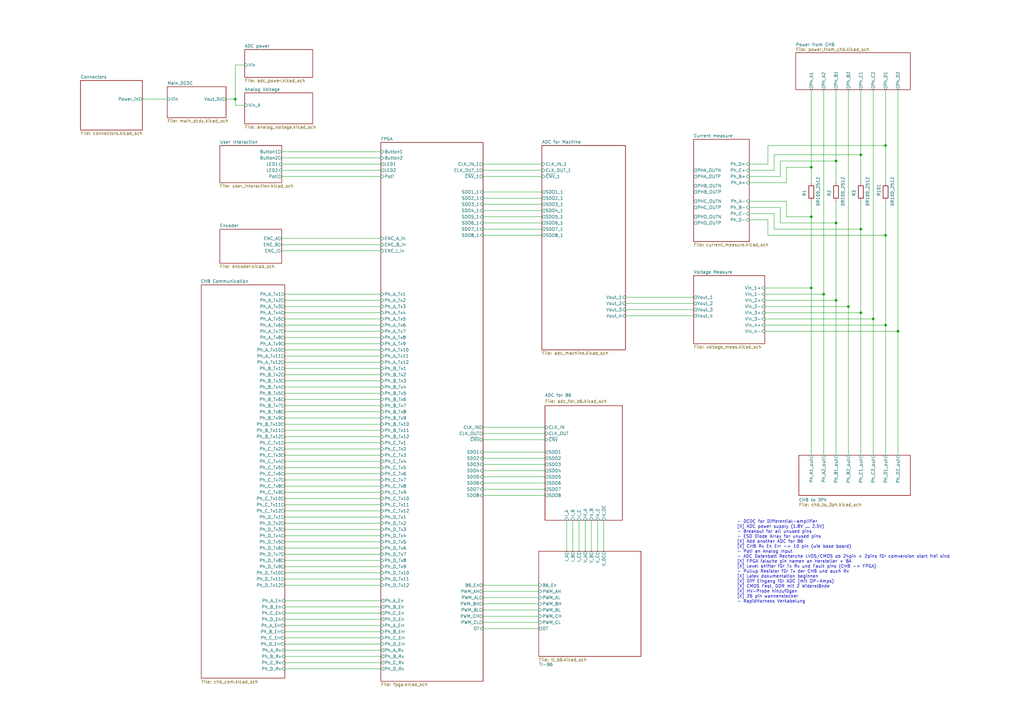
<source format=kicad_sch>
(kicad_sch (version 20250114) (generator "eeschema") (generator_version "9.0")
  (paper "A3")
  (lib_symbols
    (symbol "MYLIB_R:0R100_2512" (pin_numbers (hide yes)) (pin_names (offset 0))
      (property "Reference" "R" (at 2.032 0 90))
      (property "Value" "0R100_2512" (at -2.54 0 90))
      (symbol "0R100_2512_0_1"
        (rectangle (start -1.016 -2.54) (end 1.016 2.54) (stroke (width 0.254)))
      )
      (symbol "0R100_2512_1_1"
        (pin passive line (at 0 3.81 270) (length 1.27) (name "~") (number "1"))
        (pin passive line (at 0 -3.81 90) (length 1.27) (name "~") (number "2"))
      )
    )
  )
  (text "- DCDC for Differential-amplifier\n[X] ADC power supply (1.8V ... 2.5V)\n- Breakout for all unused pins\n- ESD Diode Array for unused pins\n[X] Add another ADC for B6\n[X] CHB Rx En Err -> 10 pin (wie base board)\n- Poti an Analog Input\n- ADC Datenbatt Recherche LVDS/CMOS ob 24pin + 2pins für comversion start frei sind\n[X] FPGA falsche pin namen an Hersteller + BA \n[X] Level shifter für Tx Rx und Fault pins (CHB -> FPGA)\n- Pullup Resistor für Tx der CHB und auch Rx\n[X] Latex dokumentation beginnen\n[X] Diff Eingang für ADC (mit OP-Amps)\n[X] CMOS Fest, DDR mit 2 Widerstände\n[X] HV-Probe hinzufügen\n[X] 26 pin wannenstecker\n- RapidHarness Verkabelung" (at 302.26 230.378 0) (effects (font (size 1.27 1.27)) (justify left)))
  (junction (at 96.52 40.64))
  (junction (at 332.74 68.58))
  (junction (at 368.3 135.89))
  (junction (at 363.22 133.35))
  (junction (at 358.14 130.81))
  (junction (at 342.9 123.19))
  (junction (at 342.9 66.04))
  (junction (at 347.98 125.73))
  (junction (at 342.9 91.44))
  (junction (at 332.74 118.11))
  (junction (at 337.82 120.65))
  (junction (at 363.22 59.69))
  (junction (at 353.06 128.27))
  (junction (at 353.06 63.5))
  (junction (at 353.06 93.98))
  (junction (at 363.22 96.52))
  (junction (at 332.74 88.9))
  (wire (pts (xy 116.84 212.09) (xy 156.21 212.09)))
  (wire (pts (xy 198.12 195.58) (xy 223.52 195.58)))
  (wire (pts (xy 116.84 264.16) (xy 156.21 264.16)))
  (wire (pts (xy 322.58 82.55) (xy 322.58 88.9)))
  (wire (pts (xy 116.84 246.38) (xy 156.21 246.38)))
  (wire (pts (xy 198.12 190.5) (xy 223.52 190.5)))
  (wire (pts (xy 313.69 135.89) (xy 368.3 135.89)))
  (wire (pts (xy 358.14 36.83) (xy 358.14 130.81)))
  (wire (pts (xy 116.84 161.29) (xy 156.21 161.29)))
  (wire (pts (xy 116.84 191.77) (xy 156.21 191.77)))
  (wire (pts (xy 115.57 100.33) (xy 156.21 100.33)))
  (wire (pts (xy 116.84 214.63) (xy 156.21 214.63)))
  (wire (pts (xy 322.58 88.9) (xy 332.74 88.9)))
  (wire (pts (xy 116.84 148.59) (xy 156.21 148.59)))
  (wire (pts (xy 198.12 187.96) (xy 223.52 187.96)))
  (wire (pts (xy 332.74 36.83) (xy 332.74 68.58)))
  (wire (pts (xy 116.84 196.85) (xy 156.21 196.85)))
  (wire (pts (xy 347.98 125.73) (xy 347.98 186.69)))
  (wire (pts (xy 115.57 62.23) (xy 156.21 62.23)))
  (wire (pts (xy 198.12 247.65) (xy 220.98 247.65)))
  (wire (pts (xy 96.52 43.18) (xy 100.33 43.18)))
  (wire (pts (xy 247.65 213.36) (xy 247.65 226.06)))
  (wire (pts (xy 116.84 259.08) (xy 156.21 259.08)))
  (wire (pts (xy 317.5 63.5) (xy 353.06 63.5)))
  (wire (pts (xy 240.03 213.36) (xy 240.03 226.06)))
  (wire (pts (xy 116.84 261.62) (xy 156.21 261.62)))
  (wire (pts (xy 96.52 40.64) (xy 92.71 40.64)))
  (wire (pts (xy 116.84 153.67) (xy 156.21 153.67)))
  (wire (pts (xy 116.84 227.33) (xy 156.21 227.33)))
  (wire (pts (xy 363.22 36.83) (xy 363.22 59.69)))
  (wire (pts (xy 317.5 69.85) (xy 317.5 63.5)))
  (wire (pts (xy 116.84 232.41) (xy 156.21 232.41)))
  (wire (pts (xy 256.54 127) (xy 284.48 127)))
  (wire (pts (xy 313.69 128.27) (xy 353.06 128.27)))
  (wire (pts (xy 256.54 129.54) (xy 284.48 129.54)))
  (wire (pts (xy 242.57 213.36) (xy 242.57 226.06)))
  (wire (pts (xy 353.06 82.55) (xy 353.06 93.98)))
  (wire (pts (xy 320.04 66.04) (xy 320.04 72.39)))
  (wire (pts (xy 237.49 213.36) (xy 237.49 226.06)))
  (wire (pts (xy 116.84 171.45) (xy 156.21 171.45)))
  (wire (pts (xy 116.84 224.79) (xy 156.21 224.79)))
  (wire (pts (xy 332.74 118.11) (xy 332.74 186.69)))
  (wire (pts (xy 317.5 87.63) (xy 307.34 87.63)))
  (wire (pts (xy 198.12 180.34) (xy 223.52 180.34)))
  (wire (pts (xy 234.95 213.36) (xy 234.95 226.06)))
  (wire (pts (xy 198.12 72.39) (xy 222.25 72.39)))
  (wire (pts (xy 116.84 269.24) (xy 156.21 269.24)))
  (wire (pts (xy 116.84 135.89) (xy 156.21 135.89)))
  (wire (pts (xy 116.84 128.27) (xy 156.21 128.27)))
  (wire (pts (xy 363.22 82.55) (xy 363.22 96.52)))
  (wire (pts (xy 198.12 245.11) (xy 220.98 245.11)))
  (wire (pts (xy 116.84 194.31) (xy 156.21 194.31)))
  (wire (pts (xy 198.12 203.2) (xy 223.52 203.2)))
  (wire (pts (xy 314.96 90.17) (xy 307.34 90.17)))
  (wire (pts (xy 363.22 59.69) (xy 363.22 74.93)))
  (wire (pts (xy 342.9 74.93) (xy 342.9 66.04)))
  (wire (pts (xy 314.96 67.31) (xy 314.96 59.69)))
  (wire (pts (xy 363.22 133.35) (xy 363.22 186.69)))
  (wire (pts (xy 58.42 40.64) (xy 68.58 40.64)))
  (wire (pts (xy 116.84 209.55) (xy 156.21 209.55)))
  (wire (pts (xy 307.34 69.85) (xy 317.5 69.85)))
  (wire (pts (xy 322.58 68.58) (xy 322.58 74.93)))
  (wire (pts (xy 337.82 120.65) (xy 337.82 186.69)))
  (wire (pts (xy 313.69 125.73) (xy 347.98 125.73)))
  (wire (pts (xy 116.84 251.46) (xy 156.21 251.46)))
  (wire (pts (xy 116.84 138.43) (xy 156.21 138.43)))
  (wire (pts (xy 198.12 185.42) (xy 223.52 185.42)))
  (wire (pts (xy 115.57 97.79) (xy 156.21 97.79)))
  (wire (pts (xy 368.3 36.83) (xy 368.3 135.89)))
  (wire (pts (xy 353.06 93.98) (xy 353.06 128.27)))
  (wire (pts (xy 116.84 199.39) (xy 156.21 199.39)))
  (wire (pts (xy 353.06 63.5) (xy 353.06 74.93)))
  (wire (pts (xy 332.74 88.9) (xy 332.74 118.11)))
  (wire (pts (xy 198.12 250.19) (xy 220.98 250.19)))
  (wire (pts (xy 116.84 156.21) (xy 156.21 156.21)))
  (wire (pts (xy 198.12 86.36) (xy 222.25 86.36)))
  (wire (pts (xy 198.12 177.8) (xy 223.52 177.8)))
  (wire (pts (xy 116.84 176.53) (xy 156.21 176.53)))
  (wire (pts (xy 232.41 213.36) (xy 232.41 226.06)))
  (wire (pts (xy 116.84 168.91) (xy 156.21 168.91)))
  (wire (pts (xy 320.04 72.39) (xy 307.34 72.39)))
  (wire (pts (xy 368.3 135.89) (xy 368.3 186.69)))
  (wire (pts (xy 116.84 204.47) (xy 156.21 204.47)))
  (wire (pts (xy 245.11 213.36) (xy 245.11 226.06)))
  (wire (pts (xy 332.74 74.93) (xy 332.74 68.58)))
  (wire (pts (xy 116.84 254) (xy 156.21 254)))
  (wire (pts (xy 313.69 123.19) (xy 342.9 123.19)))
  (wire (pts (xy 363.22 96.52) (xy 314.96 96.52)))
  (wire (pts (xy 116.84 179.07) (xy 156.21 179.07)))
  (wire (pts (xy 313.69 118.11) (xy 332.74 118.11)))
  (wire (pts (xy 115.57 102.87) (xy 156.21 102.87)))
  (wire (pts (xy 116.84 158.75) (xy 156.21 158.75)))
  (wire (pts (xy 314.96 96.52) (xy 314.96 90.17)))
  (wire (pts (xy 115.57 67.31) (xy 156.21 67.31)))
  (wire (pts (xy 198.12 67.31) (xy 222.25 67.31)))
  (wire (pts (xy 116.84 240.03) (xy 156.21 240.03)))
  (wire (pts (xy 116.84 219.71) (xy 156.21 219.71)))
  (wire (pts (xy 116.84 146.05) (xy 156.21 146.05)))
  (wire (pts (xy 198.12 198.12) (xy 223.52 198.12)))
  (wire (pts (xy 116.84 181.61) (xy 156.21 181.61)))
  (wire (pts (xy 198.12 175.26) (xy 223.52 175.26)))
  (wire (pts (xy 116.84 184.15) (xy 156.21 184.15)))
  (wire (pts (xy 198.12 257.81) (xy 220.98 257.81)))
  (wire (pts (xy 256.54 124.46) (xy 284.48 124.46)))
  (wire (pts (xy 198.12 252.73) (xy 220.98 252.73)))
  (wire (pts (xy 307.34 74.93) (xy 322.58 74.93)))
  (wire (pts (xy 353.06 128.27) (xy 353.06 186.69)))
  (wire (pts (xy 317.5 93.98) (xy 317.5 87.63)))
  (wire (pts (xy 116.84 120.65) (xy 156.21 120.65)))
  (wire (pts (xy 198.12 81.28) (xy 222.25 81.28)))
  (wire (pts (xy 116.84 271.78) (xy 156.21 271.78)))
  (wire (pts (xy 116.84 125.73) (xy 156.21 125.73)))
  (wire (pts (xy 116.84 186.69) (xy 156.21 186.69)))
  (wire (pts (xy 116.84 222.25) (xy 156.21 222.25)))
  (wire (pts (xy 198.12 78.74) (xy 222.25 78.74)))
  (wire (pts (xy 337.82 36.83) (xy 337.82 120.65)))
  (wire (pts (xy 116.84 274.32) (xy 156.21 274.32)))
  (wire (pts (xy 116.84 207.01) (xy 156.21 207.01)))
  (wire (pts (xy 307.34 85.09) (xy 320.04 85.09)))
  (wire (pts (xy 116.84 234.95) (xy 156.21 234.95)))
  (wire (pts (xy 198.12 96.52) (xy 222.25 96.52)))
  (wire (pts (xy 96.52 26.67) (xy 96.52 40.64)))
  (wire (pts (xy 116.84 237.49) (xy 156.21 237.49)))
  (wire (pts (xy 342.9 66.04) (xy 320.04 66.04)))
  (wire (pts (xy 320.04 91.44) (xy 342.9 91.44)))
  (wire (pts (xy 116.84 217.17) (xy 156.21 217.17)))
  (wire (pts (xy 198.12 88.9) (xy 222.25 88.9)))
  (wire (pts (xy 198.12 242.57) (xy 220.98 242.57)))
  (wire (pts (xy 313.69 133.35) (xy 363.22 133.35)))
  (wire (pts (xy 342.9 82.55) (xy 342.9 91.44)))
  (wire (pts (xy 198.12 193.04) (xy 223.52 193.04)))
  (wire (pts (xy 116.84 143.51) (xy 156.21 143.51)))
  (wire (pts (xy 116.84 163.83) (xy 156.21 163.83)))
  (wire (pts (xy 116.84 189.23) (xy 156.21 189.23)))
  (wire (pts (xy 347.98 36.83) (xy 347.98 125.73)))
  (wire (pts (xy 314.96 59.69) (xy 363.22 59.69)))
  (wire (pts (xy 332.74 68.58) (xy 322.58 68.58)))
  (wire (pts (xy 332.74 88.9) (xy 332.74 82.55)))
  (wire (pts (xy 115.57 72.39) (xy 156.21 72.39)))
  (wire (pts (xy 307.34 67.31) (xy 314.96 67.31)))
  (wire (pts (xy 317.5 93.98) (xy 353.06 93.98)))
  (wire (pts (xy 116.84 166.37) (xy 156.21 166.37)))
  (wire (pts (xy 198.12 91.44) (xy 222.25 91.44)))
  (wire (pts (xy 198.12 83.82) (xy 222.25 83.82)))
  (wire (pts (xy 116.84 201.93) (xy 156.21 201.93)))
  (wire (pts (xy 116.84 256.54) (xy 156.21 256.54)))
  (wire (pts (xy 198.12 69.85) (xy 222.25 69.85)))
  (wire (pts (xy 307.34 82.55) (xy 322.58 82.55)))
  (wire (pts (xy 116.84 229.87) (xy 156.21 229.87)))
  (wire (pts (xy 198.12 93.98) (xy 222.25 93.98)))
  (wire (pts (xy 115.57 64.77) (xy 156.21 64.77)))
  (wire (pts (xy 342.9 91.44) (xy 342.9 123.19)))
  (wire (pts (xy 353.06 36.83) (xy 353.06 63.5)))
  (wire (pts (xy 116.84 140.97) (xy 156.21 140.97)))
  (wire (pts (xy 198.12 240.03) (xy 220.98 240.03)))
  (wire (pts (xy 313.69 120.65) (xy 337.82 120.65)))
  (wire (pts (xy 96.52 43.18) (xy 96.52 40.64)))
  (wire (pts (xy 313.69 130.81) (xy 358.14 130.81)))
  (wire (pts (xy 320.04 85.09) (xy 320.04 91.44)))
  (wire (pts (xy 116.84 123.19) (xy 156.21 123.19)))
  (wire (pts (xy 342.9 123.19) (xy 342.9 186.69)))
  (wire (pts (xy 342.9 36.83) (xy 342.9 66.04)))
  (wire (pts (xy 100.33 26.67) (xy 96.52 26.67)))
  (wire (pts (xy 116.84 151.13) (xy 156.21 151.13)))
  (wire (pts (xy 116.84 130.81) (xy 156.21 130.81)))
  (wire (pts (xy 116.84 266.7) (xy 156.21 266.7)))
  (wire (pts (xy 116.84 133.35) (xy 156.21 133.35)))
  (wire (pts (xy 116.84 248.92) (xy 156.21 248.92)))
  (wire (pts (xy 256.54 121.92) (xy 284.48 121.92)))
  (wire (pts (xy 198.12 255.27) (xy 220.98 255.27)))
  (wire (pts (xy 198.12 200.66) (xy 223.52 200.66)))
  (wire (pts (xy 363.22 96.52) (xy 363.22 133.35)))
  (wire (pts (xy 116.84 173.99) (xy 156.21 173.99)))
  (wire (pts (xy 115.57 69.85) (xy 156.21 69.85)))
  (wire (pts (xy 358.14 130.81) (xy 358.14 186.69)))
  (symbol (lib_id "MYLIB_R:0R100_2512") (at 342.9 78.74 0) (unit 1)
    (property "Reference" "R2" (at 340.106 80.518 90) (effects (justify left)))
    (property "Value" "0R100_2512" (at 345.694 84.582 90) (effects (justify left)))
    (property "Footprint" "Resistor_SMD:R_2512_6332Metric_Pad1.40x3.35mm_HandSolder" (effects (hide yes)))
    (property "Datasheet" "https://www.farnell.com/datasheets/2339607.pdf" (effects (hide yes)))
    (property "Description" "Shunt Resistor" (effects (hide yes)))
    (property "FARNELL" "1107406" (effects (hide yes)))
    (property "Power Rating" "1W" (effects (hide yes)))
  )
  (symbol (lib_id "MYLIB_R:0R100_2512") (at 332.74 78.74 0) (unit 1)
    (property "Reference" "R1" (at 329.946 80.518 90) (effects (justify left)))
    (property "Value" "0R100_2512" (at 335.534 84.582 90) (effects (justify left)))
    (property "Footprint" "Resistor_SMD:R_2512_6332Metric_Pad1.40x3.35mm_HandSolder" (effects (hide yes)))
    (property "Datasheet" "https://www.farnell.com/datasheets/2339607.pdf" (effects (hide yes)))
    (property "Description" "Shunt Resistor" (effects (hide yes)))
    (property "FARNELL" "1107406" (effects (hide yes)))
    (property "Power Rating" "1W" (effects (hide yes)))
  )
  (symbol (lib_id "MYLIB_R:0R100_2512") (at 363.22 78.74 0) (unit 1)
    (property "Reference" "R101" (at 360.426 80.518 90) (effects (justify left)))
    (property "Value" "0R100_2512" (at 366.014 84.582 90) (effects (justify left)))
    (property "Footprint" "Resistor_SMD:R_2512_6332Metric_Pad1.40x3.35mm_HandSolder" (effects (hide yes)))
    (property "Datasheet" "https://www.farnell.com/datasheets/2339607.pdf" (effects (hide yes)))
    (property "Description" "Shunt Resistor" (effects (hide yes)))
    (property "FARNELL" "1107406" (effects (hide yes)))
    (property "Power Rating" "1W" (effects (hide yes)))
  )
  (symbol (lib_id "MYLIB_R:0R100_2512") (at 353.06 78.74 0) (unit 1)
    (property "Reference" "R3" (at 350.266 80.518 90) (effects (justify left)))
    (property "Value" "0R100_2512" (at 355.854 84.582 90) (effects (justify left)))
    (property "Footprint" "Resistor_SMD:R_2512_6332Metric_Pad1.40x3.35mm_HandSolder" (effects (hide yes)))
    (property "Datasheet" "https://www.farnell.com/datasheets/2339607.pdf" (effects (hide yes)))
    (property "Description" "Shunt Resistor" (effects (hide yes)))
    (property "FARNELL" "1107406" (effects (hide yes)))
    (property "Power Rating" "1W" (effects (hide yes)))
  )
  (sheet (at 100.33 38.1) (size 27.94 12.7) (stroke (width 0.1524))
    (property "Sheetname" "Analog Voltage" (at 100.33 37.3884 0) (effects (justify left bottom)))
    (property "Sheetfile" "analog_voltage.kicad_sch" (at 100.33 51.3846 0) (effects (justify left top)))
    (pin "Vin_A" input (at 100.33 43.18 180))
  )
  (sheet (at 33.02 33.02) (size 25.4 20.32) (stroke (width 0.1524))
    (property "Sheetname" "Connectors" (at 33.02 32.3084 0) (effects (justify left bottom)))
    (property "Sheetfile" "connectors.kicad_sch" (at 33.02 53.9246 0) (effects (justify left top)))
    (pin "Power_in" output (at 58.42 40.64 0))
  )
  (sheet (at 82.55 116.84) (size 34.29 161.29) (stroke (width 0.1524))
    (property "Sheetname" "CHB Communication" (at 82.296 116.078 0) (effects (justify left bottom)))
    (property "Sheetfile" "chb_com.kicad_sch" (at 82.55 278.892 0) (effects (justify left top)))
    (pin "Ph_A_Tx1" output (at 116.84 120.65 0))
    (pin "Ph_A_Tx2" output (at 116.84 123.19 0))
    (pin "Ph_A_Tx3" output (at 116.84 125.73 0))
    (pin "Ph_A_Tx4" output (at 116.84 128.27 0))
    (pin "Ph_A_Tx5" output (at 116.84 130.81 0))
    (pin "Ph_A_Tx6" output (at 116.84 133.35 0))
    (pin "Ph_A_Tx7" output (at 116.84 135.89 0))
    (pin "Ph_A_Tx8" output (at 116.84 138.43 0))
    (pin "Ph_A_Tx9" output (at 116.84 140.97 0))
    (pin "Ph_A_Tx10" output (at 116.84 143.51 0))
    (pin "Ph_A_Tx11" output (at 116.84 146.05 0))
    (pin "Ph_A_Tx12" output (at 116.84 148.59 0))
    (pin "Ph_B_Tx1" output (at 116.84 151.13 0))
    (pin "Ph_B_Tx2" output (at 116.84 153.67 0))
    (pin "Ph_B_Tx3" output (at 116.84 156.21 0))
    (pin "Ph_B_Tx4" output (at 116.84 158.75 0))
    (pin "Ph_B_Tx5" output (at 116.84 161.29 0))
    (pin "Ph_B_Tx6" output (at 116.84 163.83 0))
    (pin "Ph_B_Tx7" output (at 116.84 166.37 0))
    (pin "Ph_B_Tx8" output (at 116.84 168.91 0))
    (pin "Ph_B_Tx9" output (at 116.84 171.45 0))
    (pin "Ph_B_Tx10" output (at 116.84 173.99 0))
    (pin "Ph_B_Tx11" output (at 116.84 176.53 0))
    (pin "Ph_B_Tx12" output (at 116.84 179.07 0))
    (pin "Ph_C_Tx1" output (at 116.84 181.61 0))
    (pin "Ph_C_Tx2" output (at 116.84 184.15 0))
    (pin "Ph_C_Tx3" output (at 116.84 186.69 0))
    (pin "Ph_C_Tx4" output (at 116.84 189.23 0))
    (pin "Ph_C_Tx5" output (at 116.84 191.77 0))
    (pin "Ph_C_Tx6" output (at 116.84 194.31 0))
    (pin "Ph_C_Tx7" output (at 116.84 196.85 0))
    (pin "Ph_C_Tx8" output (at 116.84 199.39 0))
    (pin "Ph_C_Tx9" output (at 116.84 201.93 0))
    (pin "Ph_C_Tx10" output (at 116.84 204.47 0))
    (pin "Ph_C_Tx11" output (at 116.84 207.01 0))
    (pin "Ph_C_Tx12" output (at 116.84 209.55 0))
    (pin "Ph_D_Tx1" output (at 116.84 212.09 0))
    (pin "Ph_D_Tx2" output (at 116.84 214.63 0))
    (pin "Ph_D_Tx3" output (at 116.84 217.17 0))
    (pin "Ph_D_Tx4" output (at 116.84 219.71 0))
    (pin "Ph_D_Tx5" output (at 116.84 222.25 0))
    (pin "Ph_D_Tx6" output (at 116.84 224.79 0))
    (pin "Ph_D_Tx7" output (at 116.84 227.33 0))
    (pin "Ph_D_Tx8" output (at 116.84 229.87 0))
    (pin "Ph_D_Tx9" output (at 116.84 232.41 0))
    (pin "Ph_D_Tx10" output (at 116.84 234.95 0))
    (pin "Ph_D_Tx11" output (at 116.84 237.49 0))
    (pin "Ph_D_Tx12" output (at 116.84 240.03 0))
    (pin "Ph_A_En" input (at 116.84 246.38 0))
    (pin "Ph_A_Err" output (at 116.84 256.54 0))
    (pin "Ph_A_Rx" input (at 116.84 266.7 0))
    (pin "Ph_B_En" input (at 116.84 248.92 0))
    (pin "Ph_B_Err" output (at 116.84 259.08 0))
    (pin "Ph_B_Rx" input (at 116.84 269.24 0))
    (pin "Ph_C_En" input (at 116.84 251.46 0))
    (pin "Ph_C_Err" output (at 116.84 261.62 0))
    (pin "Ph_C_Rx" input (at 116.84 271.78 0))
    (pin "Ph_D_En" input (at 116.84 254 0))
    (pin "Ph_D_Err" output (at 116.84 264.16 0))
    (pin "Ph_D_Rx" input (at 116.84 274.32 0))
  )
  (sheet (at 90.17 59.69) (size 25.4 15.24) (stroke (width 0.1524))
    (property "Sheetname" "User Interaction" (at 90.17 58.9784 0) (effects (justify left bottom)))
    (property "Sheetfile" "user_interaction.kicad_sch" (at 90.17 75.5146 0) (effects (justify left top)))
    (pin "Button1" output (at 115.57 62.23 0))
    (pin "Button2" output (at 115.57 64.77 0))
    (pin "LED1" input (at 115.57 67.31 0))
    (pin "LED2" input (at 115.57 69.85 0))
    (pin "Poti" output (at 115.57 72.39 0))
  )
  (sheet (at 222.25 59.69) (size 34.29 83.82) (stroke (width 0.1524))
    (property "Sheetname" "ADC for Machine" (at 222.25 58.9784 0) (effects (justify left bottom)))
    (property "Sheetfile" "adc_machine.kicad_sch" (at 222.25 144.0946 0) (effects (justify left top)))
    (pin "CLK_IN_1" input (at 222.25 67.31 180))
    (pin "CLK_OUT_1" input (at 222.25 69.85 180))
    (pin "SDO1_1" output (at 222.25 78.74 180))
    (pin "SDO2_1" output (at 222.25 81.28 180))
    (pin "SDO3_1" output (at 222.25 83.82 180))
    (pin "SDO4_1" output (at 222.25 86.36 180))
    (pin "SDO5_1" output (at 222.25 88.9 180))
    (pin "SDO6_1" output (at 222.25 91.44 180))
    (pin "SDO7_1" output (at 222.25 93.98 180))
    (pin "SDO8_1" output (at 222.25 96.52 180))
    (pin "~{CNV}_1" input (at 222.25 72.39 180))
    (pin "Vout_1" input (at 256.54 121.92 0))
    (pin "Vout_2" input (at 256.54 124.46 0))
    (pin "Vout_3" input (at 256.54 127 0))
    (pin "Vout_4" input (at 256.54 129.54 0))
  )
  (sheet (at 284.48 57.15) (size 22.86 41.91) (stroke (width 0.1524))
    (property "Sheetname" "Current measure" (at 284.48 56.4384 0) (effects (justify left bottom)))
    (property "Sheetfile" "current_measure.kicad_sch" (at 284.48 99.6446 0) (effects (justify left top)))
    (pin "Ph_A-" input (at 307.34 82.55 0))
    (pin "Ph_B+" input (at 307.34 72.39 0))
    (pin "Ph_A+" input (at 307.34 74.93 0))
    (pin "Ph_B-" input (at 307.34 85.09 0))
    (pin "Ph_C+" input (at 307.34 69.85 0))
    (pin "Ph_C-" input (at 307.34 87.63 0))
    (pin "PHA_OUTN" output (at 284.48 69.85 180))
    (pin "PHA_OUTP" output (at 284.48 72.39 180))
    (pin "PHB_OUTN" output (at 284.48 76.2 180))
    (pin "PHB_OUTP" output (at 284.48 78.74 180))
    (pin "PHC_OUTN" output (at 284.48 82.55 180))
    (pin "PHC_OUTP" output (at 284.48 85.09 180))
    (pin "PHD_OUTN" output (at 284.48 88.9 180))
    (pin "PHD_OUTP" output (at 284.48 91.44 180))
    (pin "Ph_D+" input (at 307.34 67.31 0))
    (pin "Ph_D-" input (at 307.34 90.17 0))
  )
  (sheet (at 156.21 58.42) (size 41.91 220.98) (stroke (width 0.1524))
    (property "Sheetname" "FPGA" (at 156.21 57.7084 0) (effects (justify left bottom)))
    (property "Sheetfile" "fpga.kicad_sch" (at 156.21 279.9846 0) (effects (justify left top)))
    (pin "ENC_A_in" input (at 156.21 97.79 180))
    (pin "ENC_B_in" input (at 156.21 100.33 180))
    (pin "ENC_I_in" input (at 156.21 102.87 180))
    (pin "Ph_A_Tx1" input (at 156.21 120.65 180))
    (pin "Ph_A_Tx2" input (at 156.21 123.19 180))
    (pin "Ph_A_Tx3" input (at 156.21 125.73 180))
    (pin "Ph_A_Tx4" input (at 156.21 128.27 180))
    (pin "Ph_A_Tx5" input (at 156.21 130.81 180))
    (pin "Ph_A_Tx6" input (at 156.21 133.35 180))
    (pin "Ph_A_Tx7" input (at 156.21 135.89 180))
    (pin "Ph_A_Tx8" input (at 156.21 138.43 180))
    (pin "Ph_A_Tx9" input (at 156.21 140.97 180))
    (pin "Ph_A_Tx10" input (at 156.21 143.51 180))
    (pin "Ph_A_Tx11" input (at 156.21 146.05 180))
    (pin "Ph_A_Tx12" input (at 156.21 148.59 180))
    (pin "Ph_B_Tx1" input (at 156.21 151.13 180))
    (pin "Ph_B_Tx2" input (at 156.21 153.67 180))
    (pin "Ph_B_Tx3" input (at 156.21 156.21 180))
    (pin "Ph_B_Tx4" input (at 156.21 158.75 180))
    (pin "Ph_B_Tx5" input (at 156.21 161.29 180))
    (pin "Ph_B_Tx6" input (at 156.21 163.83 180))
    (pin "Ph_B_Tx7" input (at 156.21 166.37 180))
    (pin "Ph_B_Tx8" input (at 156.21 168.91 180))
    (pin "Ph_B_Tx9" input (at 156.21 171.45 180))
    (pin "Ph_B_Tx10" input (at 156.21 173.99 180))
    (pin "Ph_B_Tx11" input (at 156.21 176.53 180))
    (pin "Ph_B_Tx12" input (at 156.21 179.07 180))
    (pin "SDO1" input (at 198.12 185.42 0))
    (pin "SDO2" input (at 198.12 187.96 0))
    (pin "SDO3" input (at 198.12 190.5 0))
    (pin "SDO4" input (at 198.12 193.04 0))
    (pin "SDO5" input (at 198.12 195.58 0))
    (pin "SDO6" input (at 198.12 198.12 0))
    (pin "SDO7" input (at 198.12 200.66 0))
    (pin "SDO8" input (at 198.12 203.2 0))
    (pin "CLK_IN" output (at 198.12 175.26 0))
    (pin "CLK_OUT" output (at 198.12 177.8 0))
    (pin "~{CNV}" output (at 198.12 180.34 0))
    (pin "Ph_C_Tx1" input (at 156.21 181.61 180))
    (pin "Ph_C_Tx2" input (at 156.21 184.15 180))
    (pin "Ph_C_Tx3" input (at 156.21 186.69 180))
    (pin "Ph_C_Tx4" input (at 156.21 189.23 180))
    (pin "Ph_C_Tx5" input (at 156.21 191.77 180))
    (pin "Ph_C_Tx6" input (at 156.21 194.31 180))
    (pin "Ph_C_Tx7" input (at 156.21 196.85 180))
    (pin "Ph_C_Tx8" input (at 156.21 199.39 180))
    (pin "Ph_C_Tx9" input (at 156.21 201.93 180))
    (pin "Ph_C_Tx10" input (at 156.21 204.47 180))
    (pin "Ph_C_Tx11" input (at 156.21 207.01 180))
    (pin "Ph_C_Tx12" input (at 156.21 209.55 180))
    (pin "Ph_D_Tx1" input (at 156.21 212.09 180))
    (pin "Ph_D_Tx2" input (at 156.21 214.63 180))
    (pin "Ph_D_Tx3" input (at 156.21 217.17 180))
    (pin "Ph_D_Tx4" input (at 156.21 219.71 180))
    (pin "Ph_D_Tx5" input (at 156.21 222.25 180))
    (pin "Ph_D_Tx6" input (at 156.21 224.79 180))
    (pin "Ph_D_Tx7" input (at 156.21 227.33 180))
    (pin "Ph_D_Tx8" input (at 156.21 229.87 180))
    (pin "Ph_D_Tx9" input (at 156.21 232.41 180))
    (pin "Ph_D_Tx10" input (at 156.21 234.95 180))
    (pin "Ph_D_Tx11" input (at 156.21 237.49 180))
    (pin "Ph_D_Tx12" input (at 156.21 240.03 180))
    (pin "Ph_A_En" output (at 156.21 246.38 180))
    (pin "Ph_A_Err" input (at 156.21 256.54 180))
    (pin "Ph_A_Rx" output (at 156.21 266.7 180))
    (pin "Ph_B_En" output (at 156.21 248.92 180))
    (pin "Ph_B_Err" input (at 156.21 259.08 180))
    (pin "Ph_B_Rx" output (at 156.21 269.24 180))
    (pin "Ph_C_En" output (at 156.21 251.46 180))
    (pin "Ph_C_Err" input (at 156.21 261.62 180))
    (pin "Ph_C_Rx" output (at 156.21 271.78 180))
    (pin "Ph_D_En" output (at 156.21 254 180))
    (pin "Ph_D_Err" input (at 156.21 264.16 180))
    (pin "Ph_D_Rx" output (at 156.21 274.32 180))
    (pin "B6_En" output (at 198.12 240.03 0))
    (pin "OT" input (at 198.12 257.81 0))
    (pin "PWM_AH" output (at 198.12 242.57 0))
    (pin "PWM_AL" output (at 198.12 245.11 0))
    (pin "PWM_BH" output (at 198.12 247.65 0))
    (pin "PWM_BL" output (at 198.12 250.19 0))
    (pin "PWM_CH" output (at 198.12 252.73 0))
    (pin "PWM_CL" output (at 198.12 255.27 0))
    (pin "Button1" input (at 156.21 62.23 180))
    (pin "Button2" input (at 156.21 64.77 180))
    (pin "LED1" output (at 156.21 67.31 180))
    (pin "LED2" output (at 156.21 69.85 180))
    (pin "Poti" input (at 156.21 72.39 180))
    (pin "CLK_IN_1" output (at 198.12 67.31 0))
    (pin "CLK_OUT_1" output (at 198.12 69.85 0))
    (pin "SDO1_1" input (at 198.12 78.74 0))
    (pin "SDO2_1" input (at 198.12 81.28 0))
    (pin "SDO3_1" input (at 198.12 83.82 0))
    (pin "SDO4_1" input (at 198.12 86.36 0))
    (pin "SDO5_1" input (at 198.12 88.9 0))
    (pin "SDO6_1" input (at 198.12 91.44 0))
    (pin "SDO7_1" input (at 198.12 93.98 0))
    (pin "SDO8_1" input (at 198.12 96.52 0))
    (pin "~{CNV}_1" output (at 198.12 72.39 0))
  )
  (sheet (at 100.33 20.32) (size 27.94 11.43) (stroke (width 0.1524))
    (property "Sheetname" "ADC power" (at 100.33 19.6084 0) (effects (justify left bottom)))
    (property "Sheetfile" "adc_power.kicad_sch" (at 100.33 32.3346 0) (effects (justify left top)))
    (pin "Vin" input (at 100.33 26.67 180))
  )
  (sheet (at 90.17 93.98) (size 25.4 13.97) (stroke (width 0.1524))
    (property "Sheetname" "Encoder" (at 90.17 93.2684 0) (effects (justify left bottom)))
    (property "Sheetfile" "encoder.kicad_sch" (at 90.17 108.5346 0) (effects (justify left top)))
    (pin "ENC_A" output (at 115.57 97.79 0))
    (pin "ENC_B" output (at 115.57 100.33 0))
    (pin "ENC_I" output (at 115.57 102.87 0))
  )
  (sheet (at 327.66 186.69) (size 45.72 16.51) (stroke (width 0.1524))
    (property "Sheetname" "CHB to 3Ph" (at 327.66 205.74 0) (effects (justify left bottom)))
    (property "Sheetfile" "chb_to_3ph.kicad_sch" (at 327.66 206.248 0) (effects (justify left top)))
    (pin "Ph_A1_out" input (at 332.74 186.69 90))
    (pin "Ph_A2_out" input (at 337.82 186.69 90))
    (pin "Ph_B1_out" input (at 342.9 186.69 90))
    (pin "Ph_B2_out" input (at 347.98 186.69 90))
    (pin "Ph_C1_out" input (at 353.06 186.69 90))
    (pin "Ph_C2_out" input (at 358.14 186.69 90))
    (pin "Ph_D1_out" input (at 363.22 186.69 90))
    (pin "Ph_D2_out" input (at 368.3 186.69 90))
  )
  (sheet (at 223.52 166.37) (size 31.75 46.99) (stroke (width 0.1524))
    (property "Sheetname" "ADC for B6" (at 223.52 162.814 0) (effects (justify left bottom)))
    (property "Sheetfile" "adc_for_b6.kicad_sch" (at 223.52 163.83 0) (effects (justify left top)))
    (pin "CLK_IN" input (at 223.52 175.26 180))
    (pin "CLK_OUT" input (at 223.52 177.8 180))
    (pin "SDO1" output (at 223.52 185.42 180))
    (pin "SDO2" output (at 223.52 187.96 180))
    (pin "SDO3" output (at 223.52 190.5 180))
    (pin "SDO4" output (at 223.52 193.04 180))
    (pin "SDO5" output (at 223.52 195.58 180))
    (pin "SDO6" output (at 223.52 198.12 180))
    (pin "SDO7" output (at 223.52 200.66 180))
    (pin "SDO8" output (at 223.52 203.2 180))
    (pin "~{CNV}" input (at 223.52 180.34 180))
    (pin "I_A" input (at 232.41 213.36 270))
    (pin "I_B" input (at 234.95 213.36 270))
    (pin "I_C" input (at 237.49 213.36 270))
    (pin "V_A" input (at 240.03 213.36 270))
    (pin "V_B" input (at 242.57 213.36 270))
    (pin "V_C" input (at 245.11 213.36 270))
    (pin "V_DC" input (at 247.65 213.36 270))
  )
  (sheet (at 284.48 113.03) (size 29.21 27.94) (stroke (width 0.1524))
    (property "Sheetname" "Voltage Measure" (at 284.48 112.3184 0) (effects (justify left bottom)))
    (property "Sheetfile" "voltage_meas.kicad_sch" (at 284.48 141.5546 0) (effects (justify left top)))
    (pin "Vin_1+" input (at 313.69 118.11 0))
    (pin "Vin_1-" input (at 313.69 120.65 0))
    (pin "Vin_2+" input (at 313.69 123.19 0))
    (pin "Vin_2-" input (at 313.69 125.73 0))
    (pin "Vin_3+" input (at 313.69 128.27 0))
    (pin "Vin_3-" input (at 313.69 130.81 0))
    (pin "Vin_4+" input (at 313.69 133.35 0))
    (pin "Vin_4-" input (at 313.69 135.89 0))
    (pin "Vout_1" output (at 284.48 121.92 180))
    (pin "Vout_2" output (at 284.48 124.46 180))
    (pin "Vout_3" output (at 284.48 127 180))
    (pin "Vout_4" output (at 284.48 129.54 180))
  )
  (sheet (at 68.58 35.56) (size 24.13 12.7) (stroke (width 0.1524))
    (property "Sheetname" "Main_DCDC" (at 68.58 34.8484 0) (effects (justify left bottom)))
    (property "Sheetfile" "main_dcdc.kicad_sch" (at 68.58 48.8446 0) (effects (justify left top)))
    (pin "Vin" input (at 68.58 40.64 180))
    (pin "Vout_5V" output (at 92.71 40.64 0))
  )
  (sheet (at 220.98 226.06) (size 41.91 43.18) (stroke (width 0.1524))
    (property "Sheetname" "TI-B6" (at 220.98 273.304 0) (effects (justify left bottom)))
    (property "Sheetfile" "ti_b6.kicad_sch" (at 220.98 269.8246 0) (effects (justify left top)))
    (pin "B6_En" input (at 220.98 240.03 180))
    (pin "I_A" output (at 232.41 226.06 90))
    (pin "I_B" output (at 234.95 226.06 90))
    (pin "I_C" output (at 237.49 226.06 90))
    (pin "OT" output (at 220.98 257.81 180))
    (pin "PWM_AH" input (at 220.98 242.57 180))
    (pin "PWM_AL" input (at 220.98 245.11 180))
    (pin "PWM_BH" input (at 220.98 247.65 180))
    (pin "PWM_BL" input (at 220.98 250.19 180))
    (pin "PWM_CH" input (at 220.98 252.73 180))
    (pin "PWM_CL" input (at 220.98 255.27 180))
    (pin "V_A" output (at 240.03 226.06 90))
    (pin "V_B" output (at 242.57 226.06 90))
    (pin "V_C" output (at 245.11 226.06 90))
    (pin "V_DC" output (at 247.65 226.06 90))
  )
  (sheet (at 326.39 21.59) (size 46.99 15.24) (stroke (width 0.1524))
    (property "Sheetname" "Power from CHB" (at 326.39 19.05 0) (effects (justify left bottom)))
    (property "Sheetfile" "power_from_chb.kicad_sch" (at 326.39 19.558 0) (effects (justify left top)))
    (pin "Ph_A1" output (at 332.74 36.83 270))
    (pin "Ph_A2" output (at 337.82 36.83 270))
    (pin "PH_B1" output (at 342.9 36.83 270))
    (pin "Ph_B2" output (at 347.98 36.83 270))
    (pin "Ph_C1" output (at 353.06 36.83 270))
    (pin "Ph_C2" output (at 358.14 36.83 270))
    (pin "Ph_D1" output (at 363.22 36.83 270))
    (pin "Ph_D2" output (at 368.3 36.83 270))
  )
)
</source>
